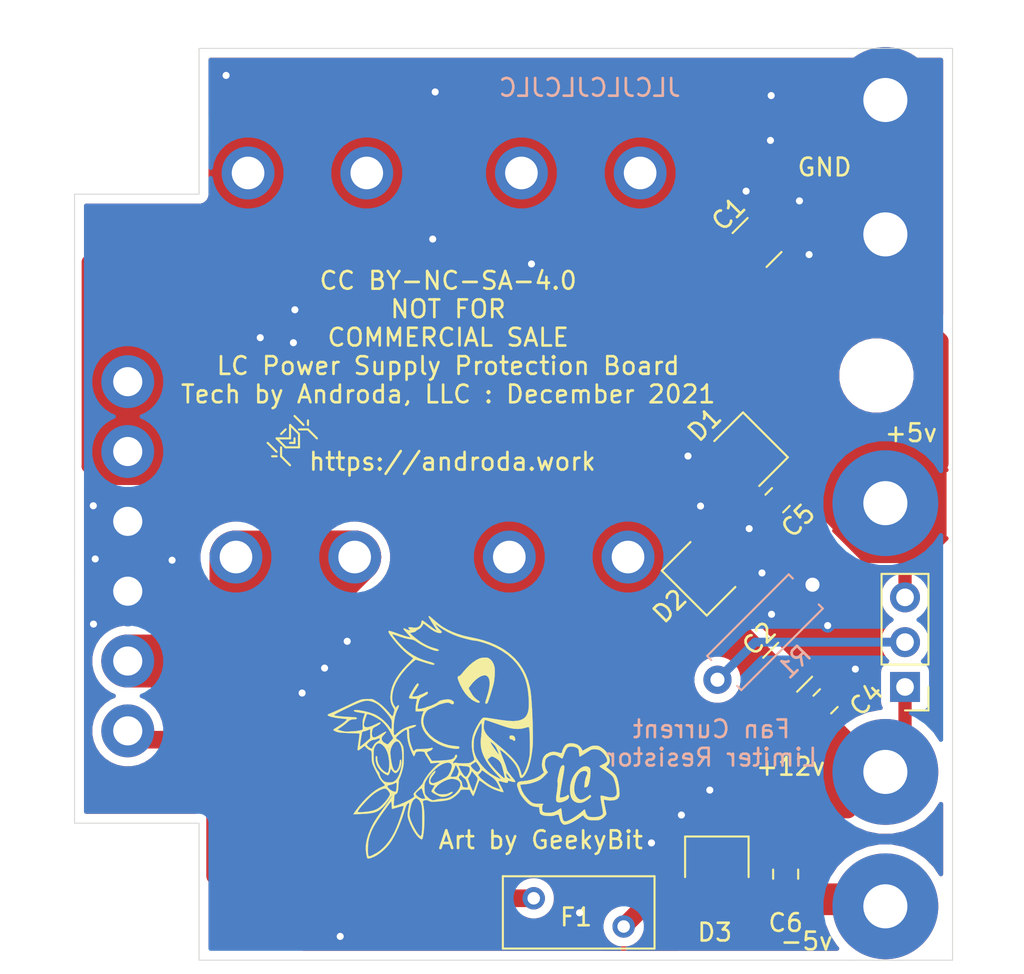
<source format=kicad_pcb>
(kicad_pcb (version 20211014) (generator pcbnew)
  (layers (0 "F.Cu" signal) (31 "B.Cu" signal) (34 "B.Paste" user) (35 "F.Paste" user) (36 "B.SilkS" user "B.Silkscreen") (37 "F.SilkS" user "F.Silkscreen") (38 "B.Mask" user) (39 "F.Mask" user) (44 "Edge.Cuts" user))
  (net 0 "")
  (net 1 "GND")
  (net 2 "+5V")
  (net 3 "+12V")
  (net 4 "-5V")
  (net 5 "Net-(FH1-Pad1)")
  (net 6 "Net-(FH2-Pad1)")
  (net 7 "Net-(F1-Pad2)")
  (net 8 "Net-(J3-Pad2)")
  (footprint "CustomFootprints:LC_MACAA_Pads" (layer "F.Cu") (at 96.774 62.992 -90)
    (fp_text reference "J6" hide)
    (fp_text value "Conn_01x05_Male")
    (pad "1" thru_hole circle locked (at 0 0 270) (size 5.99948 5.99948) (drill 2.49936) (layers *.Cu *.Mask) (net 1 "GND"))
    (pad "2" thru_hole circle locked (at 7.62 0 270) (size 5.99948 5.99948) (drill 2.49936) (layers *.Cu *.Mask) (net 1 "GND"))
    (pad "3" thru_hole circle locked (at 22.86 0 270) (size 5.99948 5.99948) (drill 2.49936) (layers *.Cu *.Mask) (net 2 "+5V"))
    (pad "4" thru_hole circle locked (at 38.1 0 270) (size 5.99948 5.99948) (drill 2.49936) (layers *.Cu *.Mask) (net 3 "+12V"))
    (pad "5" thru_hole circle locked (at 45.72 0 270) (size 5.99948 5.99948) (drill 2.49936) (layers *.Cu *.Mask) (net 4 "-5V"))
  )
  (footprint "MountingHole:MountingHole_3.2mm_M3" (layer "F.Cu") (at 96.266 78.613)
    (fp_text reference "H2" hide)
    (fp_text value "MountingHole")
    (pad "" np_thru_hole circle locked (at 0 0) (size 3.2 3.2) (drill 3.2) (layers *.Cu *.Mask))
  )
  (footprint "CustomFootprints:SpaceshipBug" (layer "F.Cu") (at 62.7634 79.13116)
    (fp_text reference "REF**" hide)
    (fp_text value "SpaceshipBug" hide)
  )
  (footprint "Capacitor_SMD:C_1210_3225Metric_Pad1.42x2.65mm_HandSolder" (layer "F.Cu") (at 89.499701 71.071479 45)
    (fp_text reference "C1" (at 0 -2.28 45) (layer "F.SilkS"))
    (fp_text value "47uF 10v")
    (pad "1" smd roundrect locked (at -1.4875 0 45) (size 1.425 2.65) (layers "F.Cu" "F.Paste" "F.Mask") (roundrect_rratio 0.175439) (net 2 "+5V"))
    (pad "2" smd roundrect locked (at 1.4875 0 45) (size 1.425 2.65) (layers "F.Cu" "F.Paste" "F.Mask") (roundrect_rratio 0.175439) (net 1 "GND"))
  )
  (footprint "Capacitor_SMD:C_0805_2012Metric_Pad1.15x1.40mm_HandSolder" (layer "F.Cu") (at 93.382216 97.089844 45)
    (fp_text reference "C4" (at 1.716479 1.557176 45) (layer "F.SilkS"))
    (fp_text value "C")
    (pad "1" smd roundrect locked (at -1.025 0 45) (size 1.15 1.4) (layers "F.Cu" "F.Paste" "F.Mask") (roundrect_rratio 0.217391) (net 3 "+12V"))
    (pad "2" smd roundrect locked (at 1.025 0 45) (size 1.15 1.4) (layers "F.Cu" "F.Paste" "F.Mask") (roundrect_rratio 0.217391) (net 1 "GND"))
  )
  (footprint "Capacitor_SMD:C_1210_3225Metric_Pad1.42x2.65mm_HandSolder" (layer "F.Cu") (at 91.233999 95.156281 45)
    (fp_text reference "C2" (at 0 -2.28 45) (layer "F.SilkS"))
    (fp_text value "47uF 10v")
    (pad "1" smd roundrect locked (at -1.4875 0 45) (size 1.425 2.65) (layers "F.Cu" "F.Paste" "F.Mask") (roundrect_rratio 0.175439) (net 3 "+12V"))
    (pad "2" smd roundrect locked (at 1.4875 0 45) (size 1.425 2.65) (layers "F.Cu" "F.Paste" "F.Mask") (roundrect_rratio 0.175439) (net 1 "GND"))
  )
  (footprint "Capacitor_SMD:C_0805_2012Metric_Pad1.15x1.40mm_HandSolder" (layer "F.Cu") (at 90.66276 85.6869 -135)
    (fp_text reference "C5" (at 0 -1.65 45) (layer "F.SilkS"))
    (fp_text value "C")
    (pad "1" smd roundrect locked (at -1.025 0 225) (size 1.15 1.4) (layers "F.Cu" "F.Paste" "F.Mask") (roundrect_rratio 0.217391) (net 2 "+5V"))
    (pad "2" smd roundrect locked (at 1.025 0 225) (size 1.15 1.4) (layers "F.Cu" "F.Paste" "F.Mask") (roundrect_rratio 0.217391) (net 1 "GND"))
  )
  (footprint "Capacitor_SMD:C_0805_2012Metric_Pad1.15x1.40mm_HandSolder" (layer "F.Cu") (at 91.11996 106.88966 90)
    (fp_text reference "C6" (at -2.75706 0) (layer "F.SilkS"))
    (fp_text value "C")
    (pad "1" smd roundrect locked (at -1.025 0 90) (size 1.15 1.4) (layers "F.Cu" "F.Paste" "F.Mask") (roundrect_rratio 0.217391) (net 4 "-5V"))
    (pad "2" smd roundrect locked (at 1.025 0 90) (size 1.15 1.4) (layers "F.Cu" "F.Paste" "F.Mask") (roundrect_rratio 0.217391) (net 1 "GND"))
  )
  (footprint "CustomFootprints:DO-220AA" (layer "F.Cu") (at 86.72174 80.988539 45)
    (fp_text reference "D1" (at -0.43 0.15 45) (layer "F.SilkS"))
    (fp_text value "5.6v Zener")
    (pad "1" smd rect locked (at 0.851 3 45) (size 0.762 1.27) (layers "F.Cu" "F.Paste" "F.Mask") (net 2 "+5V"))
    (pad "2" smd rect locked (at -1.5 3 45) (size 2.67 2.54) (layers "F.Cu" "F.Paste" "F.Mask") (net 1 "GND"))
  )
  (footprint "CustomFootprints:DO-220AA" (layer "F.Cu") (at 88.62462 91.944821 -135)
    (fp_text reference "D2" (at 2.700963 3.062862 45) (layer "F.SilkS"))
    (fp_text value "12.6v Zener")
    (pad "1" smd rect locked (at 0.851 3 225) (size 0.762 1.27) (layers "F.Cu" "F.Paste" "F.Mask") (net 3 "+12V"))
    (pad "2" smd rect locked (at -1.5 3 225) (size 2.67 2.54) (layers "F.Cu" "F.Paste" "F.Mask") (net 1 "GND"))
  )
  (footprint "CustomFootprints:DO-220AA" (layer "F.Cu") (at 84.21878 106.35488 90)
    (fp_text reference "D3" (at -3.8354 2.8829 180) (layer "F.SilkS"))
    (fp_text value "5.6v Zener")
    (pad "1" smd rect locked (at 0.851 3 90) (size 0.762 1.27) (layers "F.Cu" "F.Paste" "F.Mask") (net 1 "GND"))
    (pad "2" smd rect locked (at -1.5 3 90) (size 2.67 2.54) (layers "F.Cu" "F.Paste" "F.Mask") (net 4 "-5V"))
  )
  (footprint "CustomFootprints:RPT-60-6Pin-Out" (layer "F.Cu") (at 53.81498 75.00396)
    (fp_text reference "J1" hide)
    (fp_text value "RPT-60-6Pin-Out")
    (pad "1" thru_hole circle locked (at 0 3.96) (size 3 3) (drill 1.65) (layers *.Cu *.Mask) (net 6 "Net-(FH2-Pad1)"))
    (pad "2" thru_hole circle locked (at 0 7.92) (size 3 3) (drill 1.65) (layers *.Cu *.Mask) (net 6 "Net-(FH2-Pad1)"))
    (pad "3" thru_hole circle locked (at 0 11.88) (size 3 3) (drill 1.65) (layers *.Cu *.Mask) (net 1 "GND"))
    (pad "4" thru_hole circle locked (at 0 15.84) (size 3 3) (drill 1.65) (layers *.Cu *.Mask) (net 1 "GND"))
    (pad "5" thru_hole circle locked (at 0 19.8) (size 3 3) (drill 1.65) (layers *.Cu *.Mask) (net 5 "Net-(FH1-Pad1)"))
    (pad "6" thru_hole circle locked (at 0 23.76) (size 3 3) (drill 1.65) (layers *.Cu *.Mask) (net 7 "Net-(F1-Pad2)"))
  )
  (footprint "Connector_PinHeader_2.54mm:PinHeader_1x03_P2.54mm_Vertical" (layer "F.Cu") (at 97.88906 96.27362 180)
    (fp_text reference "J3" hide)
    (fp_text value "Conn_01x03_Male")
    (pad "1" thru_hole rect locked (at 0 0 180) (size 1.7 1.7) (drill 1) (layers *.Cu *.Mask) (net 3 "+12V"))
    (pad "2" thru_hole oval locked (at 0 2.54 180) (size 1.7 1.7) (drill 1) (layers *.Cu *.Mask) (net 8 "Net-(J3-Pad2)"))
    (pad "3" thru_hole oval locked (at 0 5.08 180) (size 1.7 1.7) (drill 1) (layers *.Cu *.Mask) (net 2 "+5V"))
  )
  (footprint "Fuse:Fuse_BelFuse_0ZRE0005FF_L8.3mm_W3.8mm" (layer "F.Cu") (at 81.93532 109.85754 180)
    (fp_text reference "F1" (at 2.70002 0.52832) (layer "F.SilkS"))
    (fp_text value "Polyfuse")
    (pad "1" thru_hole circle locked (at 0 0 180) (size 1.27 1.27) (drill 0.71) (layers *.Cu *.Mask) (net 4 "-5V"))
    (pad "2" thru_hole circle locked (at 5.1 1.6 180) (size 1.27 1.27) (drill 0.71) (layers *.Cu *.Mask) (net 7 "Net-(F1-Pad2)"))
  )
  (footprint "CustomFootprints:MACAAAAAAAAAA_1812" (layer "F.Cu") (at 73.97496 99.0854)
    (fp_text reference "Ref**" hide)
    (fp_text value "Val**" hide)
  )
  (footprint "CustomFootprints:FuseHolders_FC-202-24" (layer "F.Cu") (at 67.9507 83.90762)
    (fp_text reference "FH1" hide)
    (fp_text value "FuseHolders_FC-202-24")
    (pad "1" thru_hole circle locked (at -1.269 5 90) (size 3 3) (drill 1.85) (layers *.Cu *.Mask) (net 5 "Net-(FH1-Pad1)"))
    (pad "1" thru_hole circle locked (at -8 5 90) (size 3 3) (drill 1.85) (layers *.Cu *.Mask) (net 5 "Net-(FH1-Pad1)"))
    (pad "2" thru_hole circle locked (at 14.231 5 90) (size 3 3) (drill 1.85) (layers *.Cu *.Mask) (net 3 "+12V"))
    (pad "2" thru_hole circle locked (at 7.5 5 90) (size 3 3) (drill 1.85) (layers *.Cu *.Mask) (net 3 "+12V"))
  )
  (footprint "CustomFootprints:FuseHolders_FC-202-24" (layer "F.Cu") (at 68.63742 62.12966)
    (fp_text reference "FH2" hide)
    (fp_text value "FuseHolders_FC-202-24")
    (pad "1" thru_hole circle locked (at -8 5 90) (size 3 3) (drill 1.85) (layers *.Cu *.Mask) (net 6 "Net-(FH2-Pad1)"))
    (pad "1" thru_hole circle locked (at -1.269 5 90) (size 3 3) (drill 1.85) (layers *.Cu *.Mask) (net 6 "Net-(FH2-Pad1)"))
    (pad "2" thru_hole circle locked (at 7.5 5 90) (size 3 3) (drill 1.85) (layers *.Cu *.Mask) (net 2 "+5V"))
    (pad "2" thru_hole circle locked (at 14.231 5 90) (size 3 3) (drill 1.85) (layers *.Cu *.Mask) (net 2 "+5V"))
  )
  (footprint "Resistor_THT:R_Axial_DIN0207_L6.3mm_D2.5mm_P7.62mm_Horizontal" (layer "B.Cu") (at 87.25408 95.86468 45)
    (fp_text reference "R1" (at 3.81 2.37 225) (layer "B.SilkS") (effects (justify mirror)))
    (fp_text value "R")
    (pad "1" thru_hole circle locked (at 0 0 45) (size 1.6 1.6) (drill 0.8) (layers *.Cu *.Mask) (net 8 "Net-(J3-Pad2)"))
    (pad "2" thru_hole oval locked (at 7.62 0 45) (size 1.6 1.6) (drill 0.8) (layers *.Cu *.Mask) (net 1 "GND"))
  )
  (gr_line (start 57.85866 111.768) (end 94.996 111.768) (layer "Edge.Cuts") (width 0.05))
  (gr_line (start 50.8 68.333) (end 50.8 80.772) (layer "Edge.Cuts") (width 0.05))
  (gr_line (start 50.8 80.772) (end 50.8 89.662) (layer "Edge.Cuts") (width 0.05))
  (gr_line (start 50.8 89.662) (end 50.8 104) (layer "Edge.Cuts") (width 0.05))
  (gr_line (start 94.996 111.768) (end 100.584 111.768) (layer "Edge.Cuts") (width 0.05))
  (gr_line (start 94.996 60.063) (end 100.584 60.063) (layer "Edge.Cuts") (width 0.05))
  (gr_line (start 50.8 68.333) (end 57.859 68.333) (layer "Edge.Cuts") (width 0.05))
  (gr_line (start 100.584 60.063) (end 100.584 111.768) (layer "Edge.Cuts") (width 0.05))
  (gr_line (start 50.8 104) (end 57.85866 104) (layer "Edge.Cuts") (width 0.05))
  (gr_line (start 57.859 60.063) (end 94.996 60.063) (layer "Edge.Cuts") (width 0.05))
  (gr_line (start 57.859 60.063) (end 57.859 68.333) (layer "Edge.Cuts") (width 0.05))
  (gr_line (start 57.85866 111.768) (end 57.85866 104) (layer "Edge.Cuts") (width 0.05))
  (gr_text "Fan Current\nLimiter Resistor" (at 86.9188 99.4664) (layer "B.SilkS") (effects (font (size 1 1)) (justify mirror)))
  (gr_text "JLCJLCJLCJLC" (at 80.01 62.29096) (layer "B.SilkS") (effects (font (size 1 1)) (justify mirror)))
  (gr_text "-5v" (at 92.3036 110.6932) (layer "F.SilkS") (effects (font (size 1 1))))
  (gr_text "https://androda.work" (at 72.22236 83.49234) (layer "F.SilkS") (effects (font (size 1 1))))
  (gr_text "GND" (at 93.32722 66.80454) (layer "F.SilkS") (effects (font (size 1 1))))
  (gr_text "CC BY-NC-SA-4.0\nNOT FOR\nCOMMERCIAL SALE\nLC Power Supply Protection Board\nTech by Androda, LLC : December 2021" (at 71.9836 76.454) (layer "F.SilkS") (effects (font (size 1 1))))
  (gr_text "Art by GeekyBit" (at 77.23378 104.95026) (layer "F.SilkS") (effects (font (size 1 1))))
  (gr_text "+12v" (at 91.4019 100.78974) (layer "F.SilkS") (effects (font (size 1 1))))
  (gr_text "+5v" (at 98.22434 81.87182) (layer "F.SilkS") (effects (font (size 1 1))))
  (segment (start 79.43342 109.0803) (end 79.43342 109.70514) (width 0.25) (layer "F.Cu") (net 1))
  (segment (start 89.72042 89.67216) (end 93.90888 93.86062) (width 1) (layer "F.Cu") (net 1))
  (segment (start 93.90888 92.7735) (end 93.90888 93.86062) (width 1) (layer "F.Cu") (net 1))
  (segment (start 96.181658 70.019658) (end 96.774 70.612) (width 0.75) (layer "F.Cu") (net 1))
  (segment (start 90.551522 70.019658) (end 96.181658 70.019658) (width 0.75) (layer "F.Cu") (net 1))
  (segment (start 87.7824 84.256108) (end 89.937976 86.411684) (width 1) (layer "F.Cu") (net 1))
  (segment (start 80.8355 111.10722) (end 84.97316 111.10722) (width 0.25) (layer "F.Cu") (net 1))
  (segment (start 92.1512 91.01582) (end 93.90888 92.7735) (width 1) (layer "F.Cu") (net 1))
  (segment (start 55.95874 86.78672) (end 55.95874 86.4362) (width 0.25) (layer "F.Cu") (net 1))
  (segment (start 89.937976 86.411684) (end 89.937976 88.862784) (width 1) (layer "F.Cu") (net 1))
  (segment (start 53.81498 88.38396) (end 54.50544 87.6935) (width 0.25) (layer "F.Cu") (net 1))
  (segment (start 87.7824 84.17052) (end 87.7824 84.256108) (width 1) (layer "F.Cu") (net 1))
  (segment (start 86.64956 87.6935) (end 87.14994 87.6935) (width 1) (layer "F.Cu") (net 1))
  (segment (start 91.700806 90.476526) (end 92.642234 90.476526) (width 1) (layer "F.Cu") (net 1))
  (segment (start 79.43342 109.70514) (end 80.8355 111.10722) (width 0.25) (layer "F.Cu") (net 1))
  (segment (start 92.571114 90.476526) (end 92.1512 90.89644) (width 1) (layer "F.Cu") (net 1))
  (segment (start 94.288 64.335) (end 95.631 62.992) (width 0.25) (layer "F.Cu") (net 1))
  (segment (start 87.14994 87.6935) (end 89.1286 89.67216) (width 1) (layer "F.Cu") (net 1))
  (segment (start 89.937976 88.862784) (end 89.1286 89.67216) (width 1) (layer "F.Cu") (net 1))
  (segment (start 92.642234 90.476526) (end 92.571114 90.476526) (width 1) (layer "F.Cu") (net 1))
  (segment (start 84.97316 111.10722) (end 85.57768 110.5027) (width 0.25) (layer "F.Cu") (net 1))
  (segment (start 89.1286 89.67216) (end 89.72042 89.67216) (width 1) (layer "F.Cu") (net 1))
  (segment (start 89.1286 89.67216) (end 90.89644 89.67216) (width 1) (layer "F.Cu") (net 1))
  (segment (start 90.89644 89.67216) (end 91.700806 90.476526) (width 1) (layer "F.Cu") (net 1))
  (segment (start 92.1512 90.89644) (end 92.1512 91.01582) (width 1) (layer "F.Cu") (net 1))
  (segment (start 96.774 62.992) (end 96.774 70.612) (width 0.25) (layer "F.Cu") (net 1))
  (via (at 59.39028 61.59754) (size 0.8) (drill 0.4) (layers "F.Cu" "B.Cu") (net 1))
  (via (at 61.3283 76.46924) (size 0.8) (drill 0.4) (layers "F.Cu" "B.Cu") (net 1))
  (via (at 63.7032 96.61906) (size 0.8) (drill 0.4) (layers "F.Cu" "B.Cu") (net 1))
  (via (at 90.31986 92.15374) (size 0.8) (drill 0.4) (layers "F.Cu" "B.Cu") (net 1))
  (via (at 85.20938 103.53548) (size 0.8) (drill 0.4) (layers "F.Cu" "B.Cu") (net 1))
  (via (at 71.1073 70.8787) (size 0.8) (drill 0.4) (layers "F.Cu" "B.Cu") (net 1))
  (via (at 89.0524 87.29726) (size 0.8) (drill 0.4) (layers "F.Cu" "B.Cu") (net 1))
  (via (at 76.708 72.2884) (size 0.8) (drill 0.4) (layers "F.Cu" "B.Cu") (net 1))
  (via (at 85.58276 83.18246) (size 0.8) (drill 0.4) (layers "F.Cu" "B.Cu") (net 1))
  (via (at 63.29172 74.88682) (size 0.8) (drill 0.4) (layers "F.Cu" "B.Cu") (net 1))
  (via (at 86.29396 86.0171) (size 0.8) (drill 0.4) (layers "F.Cu" "B.Cu") (net 1))
  (via (at 90.2589 65.28308) (size 0.8) (drill 0.4) (layers "F.Cu" "B.Cu") (net 1))
  (via (at 86.81974 102.12324) (size 0.8) (drill 0.4) (layers "F.Cu" "B.Cu") (net 1))
  (via (at 88.87714 68.1609) (size 0.8) (drill 0.4) (layers "F.Cu" "B.Cu") (net 1))
  (via (at 90.29954 62.74054) (size 0.8) (drill 0.4) (layers "F.Cu" "B.Cu") (net 1))
  (via (at 89.77884 89.80932) (size 0.8) (drill 0.4) (layers "F.Cu" "B.Cu") (net 1))
  (via (at 51.87188 92.71) (size 0.8) (drill 0.4) (layers "F.Cu" "B.Cu") (net 1))
  (via (at 71.247 62.5348) (size 0.8) (drill 0.4) (layers "F.Cu" "B.Cu") (net 1))
  (via (at 51.97094 89.01684) (size 0.8) (drill 0.4) (layers "F.Cu" "B.Cu") (net 1))
  (via (at 91.90228 68.71208) (size 0.8) (drill 0.4) (layers "F.Cu" "B.Cu") (net 1))
  (via (at 63.2079 76.75372) (size 0.8) (drill 0.4) (layers "F.Cu" "B.Cu") (net 1))
  (via (at 51.86172 85.99932) (size 0.8) (drill 0.4) (layers "F.Cu" "B.Cu") (net 1))
  (via (at 79.43342 109.0803) (size 0.8) (drill 0.4) (layers "F.Cu" "B.Cu") (net 1))
  (via (at 64.97574 95.20428) (size 0.8) (drill 0.4) (layers "F.Cu" "B.Cu") (net 1))
  (via (at 95.0722 95.2627) (size 0.8) (drill 0.4) (layers "F.Cu" "B.Cu") (net 1))
  (via (at 56.32958 89.08796) (size 0.8) (drill 0.4) (layers "F.Cu" "B.Cu") (net 1))
  (via (at 65.8622 110.41888) (size 0.8) (drill 0.4) (layers "F.Cu" "B.Cu") (net 1))
  (via (at 93.50248 92.79382) (size 0.8) (drill 0.4) (layers "F.Cu" "B.Cu") (net 1))
  (via (at 92.45092 71.75754) (size 0.8) (drill 0.4) (layers "F.Cu" "B.Cu") (net 1))
  (via (at 83.51266 105.1179) (size 0.8) (drill 0.4) (layers "F.Cu" "B.Cu") (net 1))
  (via (at 66.25844 93.68536) (size 0.8) (drill 0.4) (layers "F.Cu" "B.Cu") (net 1))
  (segment (start 55.907546 90.476526) (end 56.442154 90.476526) (width 1) (layer "B.Cu") (net 1))
  (segment (start 55.907546 90.476526) (end 55.682414 90.476526) (width 1) (layer "B.Cu") (net 1))
  (segment (start 55.682414 90.476526) (end 53.81498 92.34396) (width 1) (layer "B.Cu") (net 1))
  (segment (start 53.81498 88.38396) (end 55.907546 90.476526) (width 1) (layer "B.Cu") (net 1))
  (segment (start 89.28862 78.36662) (end 94.58833 83.66633) (width 3) (layer "F.Cu") (net 2))
  (segment (start 88.44788 72.1233) (end 89.99728 73.6727) (width 0.75) (layer "F.Cu") (net 2))
  (segment (start 77.95768 71.020983) (end 77.95768 67.80022) (width 0.25) (layer "F.Cu") (net 2))
  (segment (start 87.1728 67.52336) (end 87.1728 70.87362) (width 0.25) (layer "F.Cu") (net 2))
  (segment (start 72.90308 64.90208) (end 72.90308 69.71792) (width 0.25) (layer "F.Cu") (net 2))
  (segment (start 98.9584 89.12606) (end 95.59544 89.12606) (width 0.25) (layer "F.Cu") (net 2))
  (segment (start 91.387544 84.450847) (end 91.387544 84.962116) (width 0.25) (layer "F.Cu") (net 2))
  (segment (start 72.90308 69.71792) (end 74.206143 71.020983) (width 0.25) (layer "F.Cu") (net 2))
  (segment (start 96.52 85.598) (end 96.774 85.852) (width 1) (layer "F.Cu") (net 2))
  (segment (start 100.23399 87.85047) (end 98.9584 89.12606) (width 0.25) (layer "F.Cu") (net 2))
  (segment (start 96.39046 86.23554) (end 94.83344 86.23554) (width 3) (layer "F.Cu") (net 2))
  (segment (start 94.58833 83.66633) (end 96.774 85.852) (width 0.25) (layer "F.Cu") (net 2))
  (segment (start 84.55152 64.90208) (end 87.1728 67.52336) (width 0.25) (layer "F.Cu") (net 2))
  (segment (start 89.444808 82.508111) (end 77.95768 71.020983) (width 0.25) (layer "F.Cu") (net 2))
  (segment (start 77.95768 67.80022) (end 79.20736 66.55054) (width 0.25) (layer "F.Cu") (net 2))
  (segment (start 81.77924 70.85724) (end 81.77924 69.2393) (width 3) (layer "F.Cu") (net 2))
  (segment (start 89.28862 78.36662) (end 81.77924 70.85724) (width 3) (layer "F.Cu") (net 2))
  (segment (start 96.774 85.852) (end 96.39046 86.23554) (width 3) (layer "F.Cu") (net 2))
  (segment (start 88.44788 72.1233) (end 93.92412 77.59954) (width 0.75) (layer "F.Cu") (net 2))
  (segment (start 97.88906 91.19362) (end 97.88906 86.96706) (width 0.75) (layer "F.Cu") (net 2))
  (segment (start 72.90308 64.90208) (end 84.55152 64.90208) (width 0.25) (layer "F.Cu") (net 2))
  (segment (start 87.1728 70.87362) (end 92.11056 75.81138) (width 0.25) (layer "F.Cu") (net 2))
  (segment (start 94.83344 86.23554) (end 89.28862 80.69072) (width 3) (layer "F.Cu") (net 2))
  (segment (start 88.44788 72.1233) (end 87.37346 73.19772) (width 0.75) (layer "F.Cu") (net 2))
  (segment (start 98.99142 75.81138) (end 99.85883 76.67879) (width 1) (layer "F.Cu") (net 2))
  (segment (start 89.28862 80.69072) (end 89.28862 78.36662) (width 3) (layer "F.Cu") (net 2))
  (segment (start 99.85883 83.59521) (end 100.23399 83.97037) (width 0.25) (layer "F.Cu") (net 2))
  (segment (start 95.59544 89.12606) (end 93.88094 87.41156) (width 0.25) (layer "F.Cu") (net 2))
  (segment (start 100.11918 83.90738) (end 100.11918 87.78748) (width 0.25) (layer "F.Cu") (net 2))
  (segment (start 90.64892 79.72692) (end 94.58833 83.66633) (width 0.25) (layer "F.Cu") (net 2))
  (segment (start 77.95768 71.020983) (end 74.206143 71.020983) (width 0.25) (layer "F.Cu") (net 2))
  (segment (start 99.85883 76.67879) (end 99.85883 83.59521) (width 1) (layer "F.Cu") (net 2))
  (segment (start 92.11056 75.81138) (end 98.99142 75.81138) (width 1) (layer "F.Cu") (net 2))
  (segment (start 88.44788 72.1233) (end 86.85276 70.52818) (width 0.75) (layer "F.Cu") (net 2))
  (segment (start 97.88906 86.96706) (end 96.774 85.852) (width 0.75) (layer "F.Cu") (net 2))
  (segment (start 89.444808 82.508111) (end 91.387544 84.450847) (width 0.25) (layer "F.Cu") (net 2))
  (segment (start 90.42654 102.3366) (end 91.31046 103.22052) (width 1) (layer "F.Cu") (net 3))
  (segment (start 91.31046 103.22052) (end 94.64548 103.22052) (width 1) (layer "F.Cu") (net 3))
  (segment (start 95.66402 101.092) (end 91.17076 96.59874) (width 2) (layer "F.Cu") (net 3))
  (segment (start 97.88906 96.27362) (end 97.88906 99.97694) (width 0.75) (layer "F.Cu") (net 3))
  (segment (start 89.58326 101.4857) (end 90.42654 102.32898) (width 1) (layer "F.Cu") (net 3))
  (segment (start 91.17076 95.75546) (end 91.17076 96.59874) (width 1) (layer "F.Cu") (net 3))
  (segment (start 89.58072 101.4857) (end 89.58326 101.4857) (width 1) (layer "F.Cu") (net 3))
  (segment (start 73.2917 90.14714) (end 73.2917 87.72144) (width 1) (layer "F.Cu") (net 3))
  (segment (start 97.88906 99.97694) (end 96.774 101.092) (width 0.75) (layer "F.Cu") (net 3))
  (segment (start 90.42654 102.32898) (end 93.96222 102.32898) (width 1) (layer "F.Cu") (net 3))
  (segment (start 95.939154 100.257154) (end 96.774 101.092) (width 1.5) (layer "F.Cu") (net 3))
  (segment (start 89.58072 101.4857) (end 89.60358 101.4857) (width 1) (layer "F.Cu") (net 3))
  (segment (start 90.42654 102.32898) (end 90.42654 102.3366) (width 1) (layer "F.Cu") (net 3))
  (segment (start 96.774 101.092) (end 95.66402 101.092) (width 2) (layer "F.Cu") (net 3))
  (segment (start 76.57732 93.43276) (end 73.2917 90.14714) (width 1) (layer "F.Cu") (net 3))
  (segment (start 81.52778 93.43276) (end 76.57732 93.43276) (width 1) (layer "F.Cu") (net 3))
  (segment (start 93.78442 101.4857) (end 89.58072 101.4857) (width 1) (layer "F.Cu") (net 3))
  (segment (start 94.64548 103.22052) (end 96.774 101.092) (width 1) (layer "F.Cu") (net 3))
  (segment (start 74.05738 86.95576) (end 82.37106 86.95576) (width 1) (layer "F.Cu") (net 3))
  (segment (start 82.37106 86.95576) (end 91.17076 95.75546) (width 1) (layer "F.Cu") (net 3))
  (segment (start 89.58072 101.4857) (end 81.52778 93.43276) (width 1) (layer "F.Cu") (net 3))
  (segment (start 73.2917 87.72144) (end 74.05738 86.95576) (width 1) (layer "F.Cu") (net 3))
  (segment (start 96.774 100.933024) (end 96.774 101.092) (width 0.33) (layer "F.Cu") (net 3))
  (segment (start 95.97666 107.91466) (end 96.774 108.712) (width 1) (layer "F.Cu") (net 4))
  (segment (start 83.08086 108.712) (end 81.93532 109.85754) (width 1) (layer "F.Cu") (net 4))
  (segment (start 95.97758 109.50842) (end 96.774 108.712) (width 0.25) (layer "F.Cu") (net 4))
  (segment (start 91.11996 107.91466) (end 87.27856 107.91466) (width 1) (layer "F.Cu") (net 4))
  (segment (start 91.11996 107.91466) (end 95.97666 107.91466) (width 1) (layer "F.Cu") (net 4))
  (segment (start 87.27856 107.91466) (end 87.21878 107.85488) (width 1) (layer "F.Cu") (net 4))
  (segment (start 96.52 108.458) (end 96.774 108.712) (width 0.5) (layer "F.Cu") (net 4))
  (segment (start 83.95576 107.85488) (end 87.21878 107.85488) (width 1) (layer "F.Cu") (net 4))
  (segment (start 96.0232 109.4628) (end 96.774 108.712) (width 0.5) (layer "F.Cu") (net 4))
  (segment (start 83.09864 108.712) (end 83.95576 107.85488) (width 1) (layer "F.Cu") (net 4))
  (segment (start 96.34452 109.14148) (end 96.774 108.712) (width 1) (layer "F.Cu") (net 4))
  (segment (start 96.774 108.712) (end 83.08086 108.712) (width 1) (layer "F.Cu") (net 4))
  (segment (start 83.08086 108.712) (end 83.09864 108.712) (width 1) (layer "F.Cu") (net 4))
  (segment (start 59.9507 88.90762) (end 59.9507 91.26004) (width 3) (layer "F.Cu") (net 5))
  (segment (start 65.718378 88.90762) (end 66.6817 88.90762) (width 3) (layer "F.Cu") (net 5))
  (segment (start 66.6817 88.90762) (end 63.33264 88.90762) (width 3) (layer "F.Cu") (net 5))
  (segment (start 66.6817 88.90762) (end 59.9507 88.90762) (width 3) (layer "F.Cu") (net 5))
  (segment (start 60.78536 94.80396) (end 59.78536 94.80396) (width 3) (layer "F.Cu") (net 5))
  (segment (start 53.81498 94.80396) (end 56.40678 94.80396) (width 3) (layer "F.Cu") (net 5))
  (segment (start 66.6817 88.90762) (end 60.78536 94.80396) (width 3) (layer "F.Cu") (net 5))
  (segment (start 59.9507 92.28956) (end 59.9507 88.90762) (width 3) (layer "F.Cu") (net 5))
  (segment (start 56.40678 94.80396) (end 59.78536 94.80396) (width 3) (layer "F.Cu") (net 5))
  (segment (start 63.33264 88.90762) (end 59.9507 92.28956) (width 3) (layer "F.Cu") (net 5))
  (segment (start 59.9507 91.26004) (end 56.40678 94.80396) (width 3) (layer "F.Cu") (net 5))
  (segment (start 68.64096 69.24548) (end 68.16598 69.24548) (width 0.75) (layer "F.Cu") (net 6))
  (segment (start 57.38622 77.34046) (end 61.83503 72.89165) (width 0.75) (layer "F.Cu") (net 6))
  (segment (start 65.399 70.95236) (end 64.21536 69.76872) (width 0.75) (layer "F.Cu") (net 6))
  (segment (start 69.58838 65.77838) (end 69.58838 68.29806) (width 0.75) (layer "F.Cu") (net 6))
  (segment (start 64.51981 72.89165) (end 61.83503 72.89165) (width 0.75) (layer "F.Cu") (net 6))
  (segment (start 66.4591 70.95236) (end 65.399 70.95236) (width 0.75) (layer "F.Cu") (net 6))
  (segment (start 56.64002 84.42396) (end 57.38622 83.67776) (width 0.75) (layer "F.Cu") (net 6))
  (segment (start 51.5747 72.17664) (end 51.5747 83.76158) (width 0.75) (layer "F.Cu") (net 6))
  (segment (start 66.4591 70.95236) (end 64.51981 72.89165) (width 0.75) (layer "F.Cu") (net 6))
  (segment (start 58.8391 64.897) (end 68.707 64.897) (width 0.75) (layer "F.Cu") (net 6))
  (segment (start 59.31924 69.2393) (end 63.68594 69.2393) (width 0.75) (layer "F.Cu") (net 6))
  (segment (start 69.58838 68.29806) (end 68.64096 69.24548) (width 0.75) (layer "F.Cu") (net 6))
  (segment (start 57.38622 83.67776) (end 57.38622 77.34046) (width 0.75) (layer "F.Cu") (net 6))
  (segment (start 63.68594 69.2393) (end 64.21536 69.76872) (width 0.75) (layer "F.Cu") (net 6))
  (segment (start 56.61406 84.44992) (end 56.64002 84.42396) (width 0.75) (layer "F.Cu") (net 6))
  (segment (start 68.707 64.897) (end 69.58838 65.77838) (width 0.75) (layer "F.Cu") (net 6))
  (segment (start 68.16598 69.24548) (end 66.599159 70.812301) (width 0.75) (layer "F.Cu") (net 6))
  (segment (start 51.5747 83.76158) (end 52.26304 84.44992) (width 0.75) (layer "F.Cu") (net 6))
  (segment (start 53.81498 84.42396) (end 56.64002 84.42396) (width 0.75) (layer "F.Cu") (net 6))
  (segment (start 52.26304 84.44992) (end 56.61406 84.44992) (width 0.75) (layer "F.Cu") (net 6))
  (segment (start 66.599159 70.812301) (end 66.4591 70.95236) (width 0.75) (layer "F.Cu") (net 6))
  (segment (start 53.81498 99.26396) (end 55.98998 99.26396) (width 1) (layer "F.Cu") (net 7))
  (segment (start 62.61862 110.82274) (end 58.8137 110.82274) (width 0.75) (layer "F.Cu") (net 7))
  (segment (start 58.9788 102.25278) (end 64.98356 108.25754) (width 1) (layer "F.Cu") (net 7))
  (segment (start 55.98998 99.26396) (end 58.9788 102.25278) (width 1) (layer "F.Cu") (net 7))
  (segment (start 64.98356 108.25754) (end 64.98356 108.4578) (width 0.75) (layer "F.Cu") (net 7))
  (segment (start 64.98356 108.25754) (end 76.83532 108.25754) (width 1) (layer "F.Cu") (net 7))
  (segment (start 64.98356 108.4578) (end 62.61862 110.82274) (width 0.75) (layer "F.Cu") (net 7))
  (segment (start 58.76798 102.20198) (end 58.76798 106.98226) (width 1) (layer "F.Cu") (net 7))
  (segment (start 97.88906 93.73362) (end 89.38514 93.73362) (width 0.5) (layer "B.Cu") (net 8))
  (segment (start 89.38514 93.73362) (end 87.25408 95.86468) (width 0.5) (layer "B.Cu") (net 8))
  (zone (net 7) (net_name "Net-(F1-Pad2)") (layer "F.Cu") (connect_pads (clearance 0.508)) (min_thickness 0.254) (fill yes (thermal_gap 0.508) (thermal_bridge_width 0.508))
    (polygon (pts (xy 64.70396 108.39704) (xy 61.95568 111.14532) (xy 58.27268 111.1504) (xy 58.27268 102.76586) (xy 59.07278 102.76586)))
  )
  (zone (net 3) (net_name "+12V") (layer "F.Cu") (connect_pads yes (clearance 0.508)) (min_thickness 0.254) (fill yes (thermal_gap 0.508) (thermal_bridge_width 0.508))
    (polygon (pts (xy 82.24774 86.7918) (xy 84.03844 88.52154) (xy 96.86544 101.38664) (xy 89.73058 101.3714) (xy 81.50606 93.45041) (xy 76.81214 93.27642) (xy 73.27138 90.00236) (xy 73.82764 87.07882) (xy 78.50124 86.93658)))
  )
  (zone (net 2) (net_name "+5V") (layer "F.Cu") (connect_pads yes (clearance 0.508)) (min_thickness 0.254) (fill yes (thermal_gap 0.508) (thermal_bridge_width 0.508))
    (polygon (pts (xy 99.92614 76.78166) (xy 99.92614 83.59902) (xy 91.63304 83.59902) (xy 91.63304 75.82662) (xy 98.9711 75.82662)))
  )
  (zone (net 1) (net_name "GND") (layer "F.Cu") (connect_pads yes (clearance 0.508)) (min_thickness 0.254) (fill yes (thermal_gap 0.508) (thermal_bridge_width 0.508))
    (polygon (pts (xy 100.43922 112.1791) (xy 50.93716 112.1791) (xy 50.93716 59.70016) (xy 100.43922 59.70016)))
  )
  (zone (net 6) (net_name "Net-(FH2-Pad1)") (layer "F.Cu") (connect_pads yes (clearance 0.508)) (min_thickness 0.254) (fill yes (thermal_gap 0.508) (thermal_bridge_width 0.508))
    (polygon (pts (xy 61.14542 64.83096) (xy 68.77939 64.82334) (xy 69.76872 66.25463) (xy 69.27596 68.42506) (xy 64.40678 72.98182) (xy 61.74486 72.99706) (xy 57.35701 77.42301) (xy 57.35574 83.52028) (xy 56.59628 84.35086) (xy 56.2737 84.35086) (xy 56.2737 84.72932) (xy 53.2892 84.76996) (xy 52.21986 84.709) (xy 51.55692 83.76412) (xy 51.12766 68.56984) (xy 58.80354 64.83096)))
  )
  (zone (net 2) (net_name "+5V") (layer "F.Cu") (connect_pads yes (clearance 0.508)) (min_thickness 0.254) (fill yes (thermal_gap 0.508) (thermal_bridge_width 0.508))
    (polygon (pts (xy 84.55152 64.92748) (xy 87.15756 67.52082) (xy 87.1728 70.85076) (xy 94.16796 77.86624) (xy 94.17304 79.34198) (xy 95.53956 80.71612) (xy 96.98736 80.71612) (xy 100.21824 83.95462) (xy 100.23094 87.81288) (xy 98.94824 89.1159) (xy 95.60052 89.1159) (xy 88.03132 81.20126) (xy 88.03132 80.97266) (xy 87.93988 80.97266) (xy 77.95768 70.99046) (xy 74.25944 71.01332) (xy 72.9488 69.72554) (xy 72.91324 66.14795) (xy 72.8726 64.897) (xy 82.59318 64.87922)))
  )
  (zone (net 1) (net_name "GND") (layer "B.Cu") (connect_pads yes (clearance 0.508)) (min_thickness 0.254) (fill yes (thermal_gap 0.508) (thermal_bridge_width 0.508))
    (polygon (pts (xy 100.43668 112.1791) (xy 50.92192 112.1791) (xy 50.92192 59.68746) (xy 100.43668 59.68746)))
  )
)
</source>
